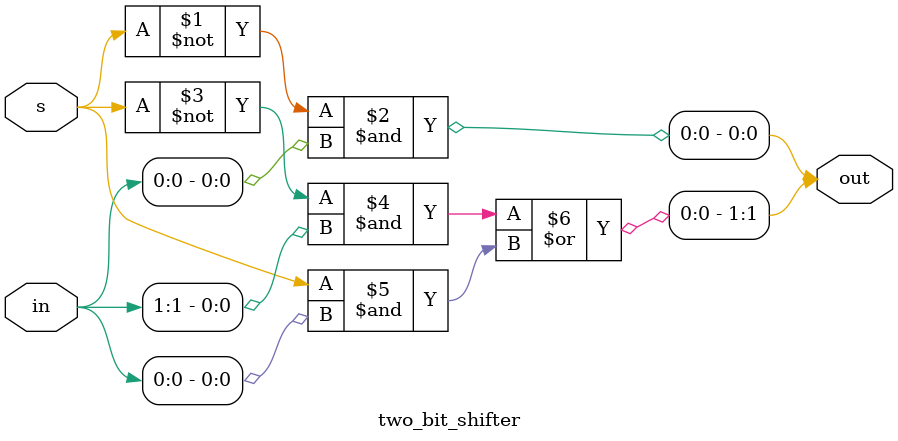
<source format=v>
module two_bit_shifter(
	input [1:0] in,
	input s,
	output [1:0] out
	);

assign out[0] = (~s) & in[0]; 
assign out[1] = ((~s) & in[1]) | (s & in[0]);

endmodule
</source>
